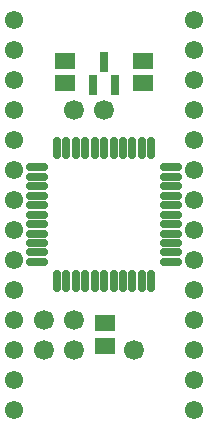
<source format=gbs>
G04*
G04 #@! TF.GenerationSoftware,Altium Limited,CircuitStudio,1.5.1 (13)*
G04*
G04 Layer_Color=8150272*
%FSAX43Y43*%
%MOMM*%
G71*
G01*
G75*
%ADD22C,1.552*%
%ADD23C,1.692*%
%ADD24R,1.652X1.452*%
%ADD25O,0.702X1.902*%
%ADD26O,1.902X0.702*%
%ADD27R,0.752X1.652*%
D22*
X0043180Y0060960D02*
D03*
Y0058420D02*
D03*
Y0055880D02*
D03*
Y0053340D02*
D03*
Y0050800D02*
D03*
Y0048260D02*
D03*
Y0045720D02*
D03*
Y0027940D02*
D03*
Y0030480D02*
D03*
Y0033020D02*
D03*
Y0035560D02*
D03*
Y0038100D02*
D03*
Y0040640D02*
D03*
Y0043180D02*
D03*
X0027940Y0027940D02*
D03*
Y0030480D02*
D03*
Y0033020D02*
D03*
Y0035560D02*
D03*
Y0038100D02*
D03*
Y0040640D02*
D03*
Y0043180D02*
D03*
Y0060960D02*
D03*
Y0058420D02*
D03*
Y0055880D02*
D03*
Y0053340D02*
D03*
Y0050800D02*
D03*
Y0048260D02*
D03*
Y0045720D02*
D03*
D23*
X0035560Y0053340D02*
D03*
X0030480Y0033020D02*
D03*
X0033020D02*
D03*
X0030480Y0035560D02*
D03*
X0033020Y0053340D02*
D03*
Y0035560D02*
D03*
X0038100Y0033020D02*
D03*
D24*
X0035664Y0035256D02*
D03*
Y0033356D02*
D03*
X0032258Y0057465D02*
D03*
Y0055565D02*
D03*
X0038862Y0057465D02*
D03*
Y0055565D02*
D03*
D25*
X0039560Y0038800D02*
D03*
X0038760D02*
D03*
X0037960D02*
D03*
X0037160D02*
D03*
X0036360D02*
D03*
X0035560D02*
D03*
X0034760D02*
D03*
X0033960D02*
D03*
X0033160D02*
D03*
X0032360D02*
D03*
X0031560D02*
D03*
Y0050100D02*
D03*
X0032360D02*
D03*
X0033160D02*
D03*
X0033960D02*
D03*
X0034760D02*
D03*
X0035560D02*
D03*
X0036360D02*
D03*
X0037160D02*
D03*
X0037960D02*
D03*
X0038760D02*
D03*
X0039560D02*
D03*
D26*
X0029910Y0040450D02*
D03*
Y0041250D02*
D03*
Y0042050D02*
D03*
Y0042850D02*
D03*
Y0043650D02*
D03*
Y0044450D02*
D03*
Y0045250D02*
D03*
Y0046050D02*
D03*
Y0046850D02*
D03*
Y0047650D02*
D03*
Y0048450D02*
D03*
X0041210D02*
D03*
Y0047650D02*
D03*
Y0046850D02*
D03*
Y0046050D02*
D03*
Y0045250D02*
D03*
Y0044450D02*
D03*
Y0043650D02*
D03*
Y0042850D02*
D03*
Y0042050D02*
D03*
Y0041250D02*
D03*
Y0040450D02*
D03*
D27*
X0035560Y0057338D02*
D03*
X0034610Y0055438D02*
D03*
X0036510D02*
D03*
M02*

</source>
